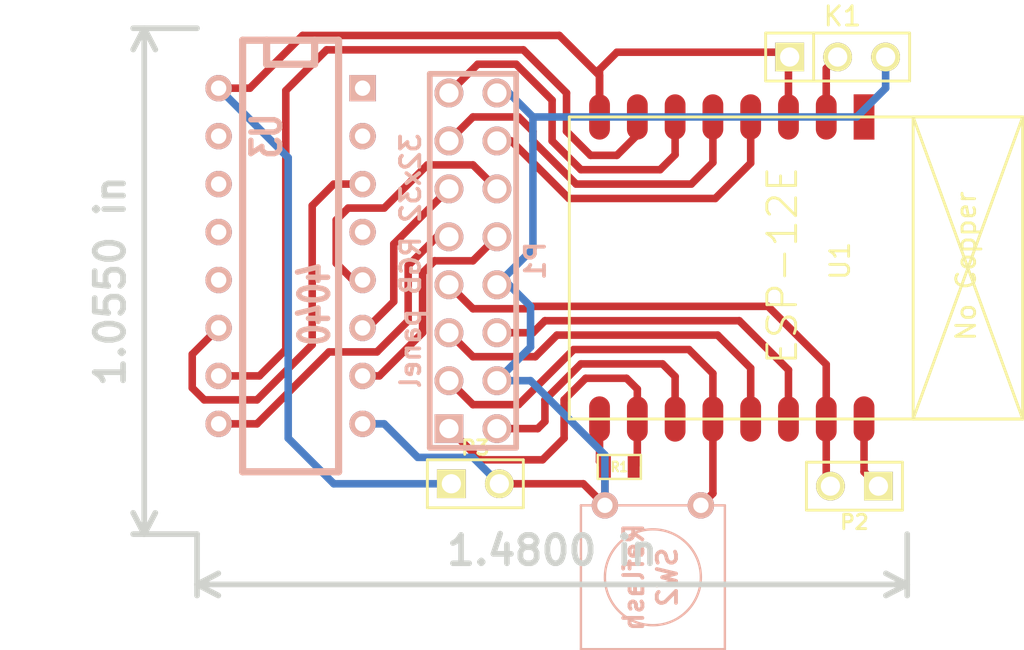
<source format=kicad_pcb>
(kicad_pcb (version 3) (host pcbnew "(2013-07-07 BZR 4022)-stable")

  (general
    (links 32)
    (no_connects 0)
    (area 215.266001 129.2098 270.096201 164.072711)
    (thickness 1.6)
    (drawings 2)
    (tracks 151)
    (zones 0)
    (modules 8)
    (nets 20)
  )

  (page A4)
  (layers
    (15 Dessus.Cu signal)
    (0 Dessous.Cu signal)
    (16 Dessous.Adhes user)
    (17 Dessus.Adhes user)
    (18 Dessous.Pate user)
    (19 Dessus.Pate user)
    (20 Dessous.SilkS user)
    (21 Dessus.SilkS user)
    (22 Dessous.Masque user)
    (23 Dessus.Masque user)
    (24 Dessin.User user)
    (25 Cmts.User user)
    (26 Eco1.User user)
    (27 Eco2.User user)
    (28 Contours.Ci user)
  )

  (setup
    (last_trace_width 0.4)
    (user_trace_width 0.4)
    (trace_clearance 0.254)
    (zone_clearance 0.508)
    (zone_45_only no)
    (trace_min 0.254)
    (segment_width 0.2)
    (edge_width 0.1)
    (via_size 0.889)
    (via_drill 0.635)
    (via_min_size 0.889)
    (via_min_drill 0.508)
    (uvia_size 0.508)
    (uvia_drill 0.127)
    (uvias_allowed no)
    (uvia_min_size 0.508)
    (uvia_min_drill 0.127)
    (pcb_text_width 0.3)
    (pcb_text_size 1.5 1.5)
    (mod_edge_width 0.15)
    (mod_text_size 1 1)
    (mod_text_width 0.15)
    (pad_size 1.5 1.5)
    (pad_drill 0.6)
    (pad_to_mask_clearance 0)
    (aux_axis_origin 225.552 157.48)
    (visible_elements 7FFFFFFF)
    (pcbplotparams
      (layerselection 2129921)
      (usegerberextensions true)
      (excludeedgelayer true)
      (linewidth 0.150000)
      (plotframeref false)
      (viasonmask false)
      (mode 1)
      (useauxorigin true)
      (hpglpennumber 1)
      (hpglpenspeed 20)
      (hpglpendiameter 15)
      (hpglpenoverlay 2)
      (psnegative false)
      (psa4output false)
      (plotreference true)
      (plotvalue true)
      (plotothertext true)
      (plotinvisibletext false)
      (padsonsilk false)
      (subtractmaskfromsilk false)
      (outputformat 1)
      (mirror false)
      (drillshape 0)
      (scaleselection 1)
      (outputdirectory gerber/))
  )

  (net 0 "")
  (net 1 +3.3V)
  (net 2 A)
  (net 3 B)
  (net 4 B0)
  (net 5 B1)
  (net 6 C)
  (net 7 CLK)
  (net 8 D)
  (net 9 G0)
  (net 10 G1)
  (net 11 GND)
  (net 12 N-0000010)
  (net 13 N-0000012)
  (net 14 N-0000013)
  (net 15 N-000003)
  (net 16 OE)
  (net 17 R0)
  (net 18 R1)
  (net 19 STB)

  (net_class Default "Ceci est la Netclass par défaut"
    (clearance 0.254)
    (trace_width 0.254)
    (via_dia 0.889)
    (via_drill 0.635)
    (uvia_dia 0.508)
    (uvia_drill 0.127)
    (add_net "")
    (add_net +3.3V)
    (add_net A)
    (add_net B)
    (add_net B0)
    (add_net B1)
    (add_net C)
    (add_net CLK)
    (add_net D)
    (add_net G0)
    (add_net G1)
    (add_net GND)
    (add_net N-0000010)
    (add_net N-0000012)
    (add_net N-0000013)
    (add_net N-000003)
    (add_net OE)
    (add_net R0)
    (add_net R1)
    (add_net STB)
  )

  (module SW_PUSH_SMALL (layer Dessous.Cu) (tedit 557C8944) (tstamp 557C87DA)
    (at 250.19 159.766 90)
    (path /5576DF87)
    (fp_text reference SW2 (at 0 0.762 90) (layer Dessous.SilkS)
      (effects (font (size 1.016 1.016) (thickness 0.2032)) (justify mirror))
    )
    (fp_text value Reflash (at 0 -1.016 90) (layer Dessous.SilkS)
      (effects (font (size 1.016 1.016) (thickness 0.2032)) (justify mirror))
    )
    (fp_circle (center 0 0) (end 0 2.54) (layer Dessous.SilkS) (width 0.127))
    (fp_line (start -3.81 3.81) (end 3.81 3.81) (layer Dessous.SilkS) (width 0.127))
    (fp_line (start 3.81 3.81) (end 3.81 -3.81) (layer Dessous.SilkS) (width 0.127))
    (fp_line (start 3.81 -3.81) (end -3.81 -3.81) (layer Dessous.SilkS) (width 0.127))
    (fp_line (start -3.81 3.81) (end -3.81 -3.81) (layer Dessous.SilkS) (width 0.127))
    (pad 1 thru_hole circle (at 3.81 2.54 90) (size 1.397 1.397) (drill 0.8128)
      (layers *.Cu *.Mask Dessous.SilkS)
      (net 4 B0)
    )
    (pad 2 thru_hole circle (at 3.81 -2.54 90) (size 1.397 1.397) (drill 0.8128)
      (layers *.Cu *.Mask Dessous.SilkS)
      (net 11 GND)
    )
  )

  (module SM0603 (layer Dessus.Cu) (tedit 557C88D6) (tstamp 557C87E4)
    (at 248.412 153.924 180)
    (path /5576DF19)
    (attr smd)
    (fp_text reference R1 (at 0 0 180) (layer Dessus.SilkS)
      (effects (font (size 0.508 0.4572) (thickness 0.1143)))
    )
    (fp_text value 10k (at 0 0 180) (layer Dessus.SilkS) hide
      (effects (font (size 0.508 0.4572) (thickness 0.1143)))
    )
    (fp_line (start -1.143 -0.635) (end 1.143 -0.635) (layer Dessus.SilkS) (width 0.127))
    (fp_line (start 1.143 -0.635) (end 1.143 0.635) (layer Dessus.SilkS) (width 0.127))
    (fp_line (start 1.143 0.635) (end -1.143 0.635) (layer Dessus.SilkS) (width 0.127))
    (fp_line (start -1.143 0.635) (end -1.143 -0.635) (layer Dessus.SilkS) (width 0.127))
    (pad 1 smd rect (at -0.762 0 180) (size 0.635 1.143)
      (layers Dessus.Cu Dessus.Pate Dessus.Masque)
      (net 17 R0)
    )
    (pad 2 smd rect (at 0.762 0 180) (size 0.635 1.143)
      (layers Dessus.Cu Dessus.Pate Dessus.Masque)
      (net 11 GND)
    )
    (model smd\resistors\R0603.wrl
      (at (xyz 0 0 0.001))
      (scale (xyz 0.5 0.5 0.5))
      (rotate (xyz 0 0 0))
    )
  )

  (module pin_array_8x2 (layer Dessous.Cu) (tedit 3FB38B89) (tstamp 557C87FC)
    (at 240.665 143.002 90)
    (descr "Double rangee de contacts 2 x 8 pins")
    (tags CONN)
    (path /5576CE37)
    (fp_text reference P1 (at 0 3.302 90) (layer Dessous.SilkS)
      (effects (font (size 1.016 1.016) (thickness 0.2032)) (justify mirror))
    )
    (fp_text value "32x32 RGB panel" (at 0 -3.302 90) (layer Dessous.SilkS)
      (effects (font (size 1.016 1.016) (thickness 0.2032)) (justify mirror))
    )
    (fp_line (start -9.906 -2.286) (end -9.906 2.286) (layer Dessous.SilkS) (width 0.3048))
    (fp_line (start -9.906 2.286) (end 9.906 2.286) (layer Dessous.SilkS) (width 0.3048))
    (fp_line (start 9.906 2.286) (end 9.906 -2.286) (layer Dessous.SilkS) (width 0.3048))
    (fp_line (start 9.906 -2.286) (end -9.906 -2.286) (layer Dessous.SilkS) (width 0.3048))
    (pad 1 thru_hole rect (at -8.89 -1.27 90) (size 1.524 1.524) (drill 1.016)
      (layers *.Cu *.Mask Dessous.SilkS)
      (net 17 R0)
    )
    (pad 2 thru_hole circle (at -8.89 1.27 90) (size 1.524 1.524) (drill 1.016)
      (layers *.Cu *.Mask Dessous.SilkS)
      (net 9 G0)
    )
    (pad 3 thru_hole circle (at -6.35 -1.27 90) (size 1.524 1.524) (drill 1.016)
      (layers *.Cu *.Mask Dessous.SilkS)
      (net 4 B0)
    )
    (pad 4 thru_hole circle (at -6.35 1.27 90) (size 1.524 1.524) (drill 1.016)
      (layers *.Cu *.Mask Dessous.SilkS)
      (net 11 GND)
    )
    (pad 5 thru_hole circle (at -3.81 -1.27 90) (size 1.524 1.524) (drill 1.016)
      (layers *.Cu *.Mask Dessous.SilkS)
      (net 18 R1)
    )
    (pad 6 thru_hole circle (at -3.81 1.27 90) (size 1.524 1.524) (drill 1.016)
      (layers *.Cu *.Mask Dessous.SilkS)
      (net 10 G1)
    )
    (pad 7 thru_hole circle (at -1.27 -1.27 90) (size 1.524 1.524) (drill 1.016)
      (layers *.Cu *.Mask Dessous.SilkS)
      (net 5 B1)
    )
    (pad 8 thru_hole circle (at -1.27 1.27 90) (size 1.524 1.524) (drill 1.016)
      (layers *.Cu *.Mask Dessous.SilkS)
      (net 11 GND)
    )
    (pad 9 thru_hole circle (at 1.27 -1.27 90) (size 1.524 1.524) (drill 1.016)
      (layers *.Cu *.Mask Dessous.SilkS)
      (net 2 A)
    )
    (pad 10 thru_hole circle (at 1.27 1.27 90) (size 1.524 1.524) (drill 1.016)
      (layers *.Cu *.Mask Dessous.SilkS)
      (net 3 B)
    )
    (pad 11 thru_hole circle (at 3.81 -1.27 90) (size 1.524 1.524) (drill 1.016)
      (layers *.Cu *.Mask Dessous.SilkS)
      (net 6 C)
    )
    (pad 12 thru_hole circle (at 3.81 1.27 90) (size 1.524 1.524) (drill 1.016)
      (layers *.Cu *.Mask Dessous.SilkS)
      (net 8 D)
    )
    (pad 13 thru_hole circle (at 6.35 -1.27 90) (size 1.524 1.524) (drill 1.016)
      (layers *.Cu *.Mask Dessous.SilkS)
      (net 7 CLK)
    )
    (pad 14 thru_hole circle (at 6.35 1.27 90) (size 1.524 1.524) (drill 1.016)
      (layers *.Cu *.Mask Dessous.SilkS)
      (net 19 STB)
    )
    (pad 15 thru_hole circle (at 8.89 -1.27 90) (size 1.524 1.524) (drill 1.016)
      (layers *.Cu *.Mask Dessous.SilkS)
      (net 16 OE)
    )
    (pad 16 thru_hole circle (at 8.89 1.27 90) (size 1.524 1.524) (drill 1.016)
      (layers *.Cu *.Mask Dessous.SilkS)
      (net 11 GND)
    )
    (model pin_array/pins_array_8x2.wrl
      (at (xyz 0 0 0))
      (scale (xyz 1 1 1))
      (rotate (xyz 0 0 0))
    )
  )

  (module PIN_ARRAY_2X1 (layer Dessus.Cu) (tedit 4565C520) (tstamp 557C8806)
    (at 260.858 154.94 180)
    (descr "Connecteurs 2 pins")
    (tags "CONN DEV")
    (path /5576D327)
    (fp_text reference P2 (at 0 -1.905 180) (layer Dessus.SilkS)
      (effects (font (size 0.762 0.762) (thickness 0.1524)))
    )
    (fp_text value RXTX (at 0 -1.905 180) (layer Dessus.SilkS) hide
      (effects (font (size 0.762 0.762) (thickness 0.1524)))
    )
    (fp_line (start -2.54 1.27) (end -2.54 -1.27) (layer Dessus.SilkS) (width 0.1524))
    (fp_line (start -2.54 -1.27) (end 2.54 -1.27) (layer Dessus.SilkS) (width 0.1524))
    (fp_line (start 2.54 -1.27) (end 2.54 1.27) (layer Dessus.SilkS) (width 0.1524))
    (fp_line (start 2.54 1.27) (end -2.54 1.27) (layer Dessus.SilkS) (width 0.1524))
    (pad 1 thru_hole rect (at -1.27 0 180) (size 1.524 1.524) (drill 1.016)
      (layers *.Cu *.Mask Dessus.SilkS)
      (net 15 N-000003)
    )
    (pad 2 thru_hole circle (at 1.27 0 180) (size 1.524 1.524) (drill 1.016)
      (layers *.Cu *.Mask Dessus.SilkS)
      (net 5 B1)
    )
    (model pin_array/pins_array_2x1.wrl
      (at (xyz 0 0 0))
      (scale (xyz 1 1 1))
      (rotate (xyz 0 0 0))
    )
  )

  (module ESP-12e (layer Dessus.Cu) (tedit 55815771) (tstamp 557C882B)
    (at 261.366 135.382 270)
    (descr "Module, ESP-8266, ESP-12e, 16 pad, SMD")
    (tags "Module ESP-8266 ESP8266")
    (path /5576D27B)
    (fp_text reference U1 (at 7.62 1.27 270) (layer Dessus.SilkS)
      (effects (font (size 1 1) (thickness 0.15)))
    )
    (fp_text value ESP-12E (at 7.874 4.318 270) (layer Dessus.SilkS)
      (effects (font (size 1.524 1.524) (thickness 0.15)))
    )
    (fp_line (start 16 -8.4) (end 0 -2.6) (layer Dessus.SilkS) (width 0.1524))
    (fp_line (start 0 -8.4) (end 16 -2.6) (layer Dessus.SilkS) (width 0.1524))
    (fp_text user "No Copper" (at 7.9 -5.4 270) (layer Dessus.SilkS)
      (effects (font (size 1 1) (thickness 0.15)))
    )
    (fp_line (start 0 -8.4) (end 0 -2.6) (layer Dessus.SilkS) (width 0.1524))
    (fp_line (start 0 -2.6) (end 16 -2.6) (layer Dessus.SilkS) (width 0.1524))
    (fp_line (start 16 -2.6) (end 16 -8.4) (layer Dessus.SilkS) (width 0.1524))
    (fp_line (start 16 -8.4) (end 0 -8.4) (layer Dessus.SilkS) (width 0.1524))
    (fp_line (start 16 -8.4) (end 16 15.6) (layer Dessus.SilkS) (width 0.1524))
    (fp_line (start 16 15.6) (end 0 15.6) (layer Dessus.SilkS) (width 0.1524))
    (fp_line (start 0 15.6) (end 0 -8.4) (layer Dessus.SilkS) (width 0.1524))
    (fp_line (start 0 -8.4) (end 16 -8.4) (layer Dessus.SilkS) (width 0.1524))
    (pad 1 smd rect (at 0 0 270) (size 2.4 1.1)
      (layers Dessus.Cu Dessus.Pate Dessus.Masque)
    )
    (pad 2 smd oval (at 0 2 270) (size 2.4 1.1)
      (layers Dessus.Cu Dessus.Pate Dessus.Masque)
      (net 13 N-0000012)
    )
    (pad 3 smd oval (at 0 4 270) (size 2.4 1.1)
      (layers Dessus.Cu Dessus.Pate Dessus.Masque)
      (net 1 +3.3V)
    )
    (pad 4 smd oval (at 0 6 270) (size 2.4 1.1)
      (layers Dessus.Cu Dessus.Pate Dessus.Masque)
      (net 19 STB)
    )
    (pad 5 smd oval (at 0 8 270) (size 2.4 1.1)
      (layers Dessus.Cu Dessus.Pate Dessus.Masque)
      (net 7 CLK)
    )
    (pad 6 smd oval (at 0 10 270) (size 2.4 1.1)
      (layers Dessus.Cu Dessus.Pate Dessus.Masque)
      (net 16 OE)
    )
    (pad 7 smd oval (at 0 12 270) (size 2.4 1.1)
      (layers Dessus.Cu Dessus.Pate Dessus.Masque)
      (net 14 N-0000013)
    )
    (pad 8 smd oval (at 0 14 270) (size 2.4 1.1)
      (layers Dessus.Cu Dessus.Pate Dessus.Masque)
      (net 1 +3.3V)
    )
    (pad 15 smd oval (at 16 14 270) (size 2.4 1.1)
      (layers Dessus.Cu Dessus.Pate Dessus.Masque)
      (net 11 GND)
    )
    (pad 16 smd oval (at 16 12 270) (size 2.4 1.1)
      (layers Dessus.Cu Dessus.Pate Dessus.Masque)
      (net 17 R0)
    )
    (pad 17 smd oval (at 16 10 270) (size 2.4 1.1)
      (layers Dessus.Cu Dessus.Pate Dessus.Masque)
      (net 9 G0)
    )
    (pad 18 smd oval (at 16 8 270) (size 2.4 1.1)
      (layers Dessus.Cu Dessus.Pate Dessus.Masque)
      (net 4 B0)
    )
    (pad 19 smd oval (at 16 6 270) (size 2.4 1.1)
      (layers Dessus.Cu Dessus.Pate Dessus.Masque)
      (net 18 R1)
    )
    (pad 20 smd oval (at 16 4 270) (size 2.4 1.1)
      (layers Dessus.Cu Dessus.Pate Dessus.Masque)
      (net 10 G1)
    )
    (pad 21 smd oval (at 16 2 270) (size 2.4 1.1)
      (layers Dessus.Cu Dessus.Pate Dessus.Masque)
      (net 5 B1)
    )
    (pad 22 smd oval (at 16 0 270) (size 2.4 1.1)
      (layers Dessus.Cu Dessus.Pate Dessus.Masque)
      (net 15 N-000003)
    )
  )

  (module DIP-16__300 (layer Dessous.Cu) (tedit 200000) (tstamp 558158A2)
    (at 231.013 142.748 270)
    (descr "16 pins DIL package, round pads")
    (tags DIL)
    (path /557C867A)
    (fp_text reference U3 (at -6.35 1.27 270) (layer Dessous.SilkS)
      (effects (font (size 1.524 1.143) (thickness 0.3048)) (justify mirror))
    )
    (fp_text value 4040 (at 2.54 -1.27 270) (layer Dessous.SilkS)
      (effects (font (size 1.524 1.143) (thickness 0.3048)) (justify mirror))
    )
    (fp_line (start -11.43 1.27) (end -11.43 1.27) (layer Dessous.SilkS) (width 0.381))
    (fp_line (start -11.43 1.27) (end -10.16 1.27) (layer Dessous.SilkS) (width 0.381))
    (fp_line (start -10.16 1.27) (end -10.16 -1.27) (layer Dessous.SilkS) (width 0.381))
    (fp_line (start -10.16 -1.27) (end -11.43 -1.27) (layer Dessous.SilkS) (width 0.381))
    (fp_line (start -11.43 2.54) (end 11.43 2.54) (layer Dessous.SilkS) (width 0.381))
    (fp_line (start 11.43 2.54) (end 11.43 -2.54) (layer Dessous.SilkS) (width 0.381))
    (fp_line (start 11.43 -2.54) (end -11.43 -2.54) (layer Dessous.SilkS) (width 0.381))
    (fp_line (start -11.43 -2.54) (end -11.43 2.54) (layer Dessous.SilkS) (width 0.381))
    (pad 1 thru_hole rect (at -8.89 -3.81 270) (size 1.397 1.397) (drill 0.8128)
      (layers *.Cu *.Mask Dessous.SilkS)
    )
    (pad 2 thru_hole circle (at -6.35 -3.81 270) (size 1.397 1.397) (drill 0.8128)
      (layers *.Cu *.Mask Dessous.SilkS)
    )
    (pad 3 thru_hole circle (at -3.81 -3.81 270) (size 1.397 1.397) (drill 0.8128)
      (layers *.Cu *.Mask Dessous.SilkS)
      (net 12 N-0000010)
    )
    (pad 4 thru_hole circle (at -1.27 -3.81 270) (size 1.397 1.397) (drill 0.8128)
      (layers *.Cu *.Mask Dessous.SilkS)
    )
    (pad 5 thru_hole circle (at 1.27 -3.81 270) (size 1.397 1.397) (drill 0.8128)
      (layers *.Cu *.Mask Dessous.SilkS)
      (net 8 D)
    )
    (pad 6 thru_hole circle (at 3.81 -3.81 270) (size 1.397 1.397) (drill 0.8128)
      (layers *.Cu *.Mask Dessous.SilkS)
      (net 6 C)
    )
    (pad 7 thru_hole circle (at 6.35 -3.81 270) (size 1.397 1.397) (drill 0.8128)
      (layers *.Cu *.Mask Dessous.SilkS)
      (net 3 B)
    )
    (pad 8 thru_hole circle (at 8.89 -3.81 270) (size 1.397 1.397) (drill 0.8128)
      (layers *.Cu *.Mask Dessous.SilkS)
      (net 11 GND)
    )
    (pad 9 thru_hole circle (at 8.89 3.81 270) (size 1.397 1.397) (drill 0.8128)
      (layers *.Cu *.Mask Dessous.SilkS)
      (net 2 A)
    )
    (pad 10 thru_hole circle (at 6.35 3.81 270) (size 1.397 1.397) (drill 0.8128)
      (layers *.Cu *.Mask Dessous.SilkS)
      (net 14 N-0000013)
    )
    (pad 11 thru_hole circle (at 3.81 3.81 270) (size 1.397 1.397) (drill 0.8128)
      (layers *.Cu *.Mask Dessous.SilkS)
      (net 12 N-0000010)
    )
    (pad 12 thru_hole circle (at 1.27 3.81 270) (size 1.397 1.397) (drill 0.8128)
      (layers *.Cu *.Mask Dessous.SilkS)
    )
    (pad 13 thru_hole circle (at -1.27 3.81 270) (size 1.397 1.397) (drill 0.8128)
      (layers *.Cu *.Mask Dessous.SilkS)
    )
    (pad 14 thru_hole circle (at -3.81 3.81 270) (size 1.397 1.397) (drill 0.8128)
      (layers *.Cu *.Mask Dessous.SilkS)
    )
    (pad 15 thru_hole circle (at -6.35 3.81 270) (size 1.397 1.397) (drill 0.8128)
      (layers *.Cu *.Mask Dessous.SilkS)
    )
    (pad 16 thru_hole circle (at -8.89 3.81 270) (size 1.397 1.397) (drill 0.8128)
      (layers *.Cu *.Mask Dessous.SilkS)
      (net 1 +3.3V)
    )
    (model dil/dil_16.wrl
      (at (xyz 0 0 0))
      (scale (xyz 1 1 1))
      (rotate (xyz 0 0 0))
    )
  )

  (module PIN_ARRAY_2X1 (layer Dessus.Cu) (tedit 4565C520) (tstamp 558403A1)
    (at 240.792 154.813)
    (descr "Connecteurs 2 pins")
    (tags "CONN DEV")
    (path /55840359)
    (fp_text reference P3 (at 0 -1.905) (layer Dessus.SilkS)
      (effects (font (size 0.762 0.762) (thickness 0.1524)))
    )
    (fp_text value "Alim 3.3V" (at 0 -1.905) (layer Dessus.SilkS) hide
      (effects (font (size 0.762 0.762) (thickness 0.1524)))
    )
    (fp_line (start -2.54 1.27) (end -2.54 -1.27) (layer Dessus.SilkS) (width 0.1524))
    (fp_line (start -2.54 -1.27) (end 2.54 -1.27) (layer Dessus.SilkS) (width 0.1524))
    (fp_line (start 2.54 -1.27) (end 2.54 1.27) (layer Dessus.SilkS) (width 0.1524))
    (fp_line (start 2.54 1.27) (end -2.54 1.27) (layer Dessus.SilkS) (width 0.1524))
    (pad 1 thru_hole rect (at -1.27 0) (size 1.524 1.524) (drill 1.016)
      (layers *.Cu *.Mask Dessus.SilkS)
      (net 1 +3.3V)
    )
    (pad 2 thru_hole circle (at 1.27 0) (size 1.524 1.524) (drill 1.016)
      (layers *.Cu *.Mask Dessus.SilkS)
      (net 11 GND)
    )
    (model pin_array/pins_array_2x1.wrl
      (at (xyz 0 0 0))
      (scale (xyz 1 1 1))
      (rotate (xyz 0 0 0))
    )
  )

  (module PIN_ARRAY_3X1 (layer Dessus.Cu) (tedit 4C1130E0) (tstamp 558407D0)
    (at 259.969 132.207)
    (descr "Connecteur 3 pins")
    (tags "CONN DEV")
    (path /5584090E)
    (fp_text reference K1 (at 0.254 -2.159) (layer Dessus.SilkS)
      (effects (font (size 1.016 1.016) (thickness 0.1524)))
    )
    (fp_text value CONN_3 (at 0 -2.159) (layer Dessus.SilkS) hide
      (effects (font (size 1.016 1.016) (thickness 0.1524)))
    )
    (fp_line (start -3.81 1.27) (end -3.81 -1.27) (layer Dessus.SilkS) (width 0.1524))
    (fp_line (start -3.81 -1.27) (end 3.81 -1.27) (layer Dessus.SilkS) (width 0.1524))
    (fp_line (start 3.81 -1.27) (end 3.81 1.27) (layer Dessus.SilkS) (width 0.1524))
    (fp_line (start 3.81 1.27) (end -3.81 1.27) (layer Dessus.SilkS) (width 0.1524))
    (fp_line (start -1.27 -1.27) (end -1.27 1.27) (layer Dessus.SilkS) (width 0.1524))
    (pad 1 thru_hole rect (at -2.54 0) (size 1.524 1.524) (drill 1.016)
      (layers *.Cu *.Mask Dessus.SilkS)
      (net 1 +3.3V)
    )
    (pad 2 thru_hole circle (at 0 0) (size 1.524 1.524) (drill 1.016)
      (layers *.Cu *.Mask Dessus.SilkS)
      (net 13 N-0000012)
    )
    (pad 3 thru_hole circle (at 2.54 0) (size 1.524 1.524) (drill 1.016)
      (layers *.Cu *.Mask Dessus.SilkS)
      (net 11 GND)
    )
    (model pin_array/pins_array_3x1.wrl
      (at (xyz 0 0 0))
      (scale (xyz 1 1 1))
      (rotate (xyz 0 0 0))
    )
  )

  (dimension 26.797 (width 0.3) (layer Contours.Ci)
    (gr_text "26,797 mm" (at 221.916 144.0815 90) (layer Contours.Ci)
      (effects (font (size 1.5 1.5) (thickness 0.3)))
    )
    (feature1 (pts (xy 226.06 130.683) (xy 220.566 130.683)))
    (feature2 (pts (xy 226.06 157.48) (xy 220.566 157.48)))
    (crossbar (pts (xy 223.266 157.48) (xy 223.266 130.683)))
    (arrow1a (pts (xy 223.266 130.683) (xy 223.85242 131.809503)))
    (arrow1b (pts (xy 223.266 130.683) (xy 222.67958 131.809503)))
    (arrow2a (pts (xy 223.266 157.48) (xy 223.85242 156.353497)))
    (arrow2b (pts (xy 223.266 157.48) (xy 222.67958 156.353497)))
  )
  (dimension 37.592 (width 0.3) (layer Contours.Ci)
    (gr_text "37,592 mm" (at 244.856 161.496999) (layer Contours.Ci)
      (effects (font (size 1.5 1.5) (thickness 0.3)))
    )
    (feature1 (pts (xy 263.652 157.48) (xy 263.652 162.846999)))
    (feature2 (pts (xy 226.06 157.48) (xy 226.06 162.846999)))
    (crossbar (pts (xy 226.06 160.146999) (xy 263.652 160.146999)))
    (arrow1a (pts (xy 263.652 160.146999) (xy 262.525497 160.733419)))
    (arrow1b (pts (xy 263.652 160.146999) (xy 262.525497 159.560579)))
    (arrow2a (pts (xy 226.06 160.146999) (xy 227.186503 160.733419)))
    (arrow2b (pts (xy 226.06 160.146999) (xy 227.186503 159.560579)))
  )

  (segment (start 257.366 135.382) (end 257.366 132.27) (width 0.4) (layer Dessus.Cu) (net 1))
  (segment (start 247.366 132.872) (end 247.366 135.382) (width 0.4) (layer Dessus.Cu) (net 1) (tstamp 55840838))
  (segment (start 248.285 131.953) (end 247.366 132.872) (width 0.4) (layer Dessus.Cu) (net 1) (tstamp 55840836))
  (segment (start 257.049 131.953) (end 248.285 131.953) (width 0.4) (layer Dessus.Cu) (net 1) (tstamp 55840833))
  (segment (start 257.366 132.27) (end 257.049 131.953) (width 0.4) (layer Dessus.Cu) (net 1) (tstamp 55840832))
  (segment (start 227.203 133.858) (end 228.854 133.858) (width 0.4) (layer Dessus.Cu) (net 1))
  (segment (start 247.366 133.193) (end 247.366 135.382) (width 0.4) (layer Dessus.Cu) (net 1) (tstamp 5584065C))
  (segment (start 245.237 131.064) (end 247.366 133.193) (width 0.4) (layer Dessus.Cu) (net 1) (tstamp 5584065A))
  (segment (start 231.648 131.064) (end 245.237 131.064) (width 0.4) (layer Dessus.Cu) (net 1) (tstamp 55840656))
  (segment (start 228.854 133.858) (end 231.648 131.064) (width 0.4) (layer Dessus.Cu) (net 1) (tstamp 55840653))
  (segment (start 239.522 154.813) (end 233.299 154.813) (width 0.4) (layer Dessous.Cu) (net 1))
  (segment (start 230.886 137.541) (end 227.203 133.858) (width 0.4) (layer Dessous.Cu) (net 1) (tstamp 558403F0))
  (segment (start 230.886 152.4) (end 230.886 137.541) (width 0.4) (layer Dessous.Cu) (net 1) (tstamp 558403EE))
  (segment (start 233.299 154.813) (end 230.886 152.4) (width 0.4) (layer Dessous.Cu) (net 1) (tstamp 558403EC))
  (segment (start 227.203 151.638) (end 229.235 151.638) (width 0.4) (layer Dessus.Cu) (net 2))
  (segment (start 238.76 141.732) (end 239.395 141.732) (width 0.4) (layer Dessus.Cu) (net 2) (tstamp 558158E9))
  (segment (start 237.236 143.256) (end 238.76 141.732) (width 0.4) (layer Dessus.Cu) (net 2) (tstamp 558158E8))
  (segment (start 237.236 146.177) (end 237.236 143.256) (width 0.4) (layer Dessus.Cu) (net 2) (tstamp 558158E6))
  (segment (start 235.585 147.828) (end 237.236 146.177) (width 0.4) (layer Dessus.Cu) (net 2) (tstamp 558158E5))
  (segment (start 233.045 147.828) (end 235.585 147.828) (width 0.4) (layer Dessus.Cu) (net 2) (tstamp 558158E3))
  (segment (start 229.235 151.638) (end 233.045 147.828) (width 0.4) (layer Dessus.Cu) (net 2) (tstamp 558158E1))
  (segment (start 234.823 149.098) (end 235.712 149.098) (width 0.4) (layer Dessus.Cu) (net 3))
  (segment (start 240.665 143.002) (end 241.935 141.732) (width 0.4) (layer Dessus.Cu) (net 3) (tstamp 558158DE))
  (segment (start 238.633 143.002) (end 240.665 143.002) (width 0.4) (layer Dessus.Cu) (net 3) (tstamp 558158DD))
  (segment (start 237.998 143.637) (end 238.633 143.002) (width 0.4) (layer Dessus.Cu) (net 3) (tstamp 558158DC))
  (segment (start 237.998 146.812) (end 237.998 143.637) (width 0.4) (layer Dessus.Cu) (net 3) (tstamp 558158DB))
  (segment (start 235.712 149.098) (end 237.998 146.812) (width 0.4) (layer Dessus.Cu) (net 3) (tstamp 558158DA))
  (segment (start 253.366 151.382) (end 253.366 148.972) (width 0.4) (layer Dessus.Cu) (net 4))
  (segment (start 240.665 150.622) (end 239.395 149.352) (width 0.4) (layer Dessus.Cu) (net 4) (tstamp 558405D8))
  (segment (start 243.078 150.622) (end 240.665 150.622) (width 0.4) (layer Dessus.Cu) (net 4) (tstamp 558405D1))
  (segment (start 245.999 147.701) (end 243.078 150.622) (width 0.4) (layer Dessus.Cu) (net 4) (tstamp 558405C9))
  (segment (start 252.095 147.701) (end 245.999 147.701) (width 0.4) (layer Dessus.Cu) (net 4) (tstamp 558405C6))
  (segment (start 253.366 148.972) (end 252.095 147.701) (width 0.4) (layer Dessus.Cu) (net 4) (tstamp 558405C4))
  (segment (start 253.366 151.382) (end 253.366 155.32) (width 0.4) (layer Dessus.Cu) (net 4))
  (segment (start 253.366 155.32) (end 252.73 155.956) (width 0.4) (layer Dessus.Cu) (net 4) (tstamp 558401EC))
  (segment (start 253.366 155.32) (end 252.73 155.956) (width 0.4) (layer Dessus.Cu) (net 4) (tstamp 557C8A4D))
  (segment (start 259.366 151.382) (end 259.366 148.495) (width 0.4) (layer Dessus.Cu) (net 5))
  (segment (start 240.665 145.542) (end 239.395 144.272) (width 0.4) (layer Dessus.Cu) (net 5) (tstamp 5584060D))
  (segment (start 243.713 145.542) (end 240.665 145.542) (width 0.4) (layer Dessus.Cu) (net 5) (tstamp 5584060C))
  (segment (start 243.84 145.415) (end 243.713 145.542) (width 0.4) (layer Dessus.Cu) (net 5) (tstamp 5584060B))
  (segment (start 256.286 145.415) (end 243.84 145.415) (width 0.4) (layer Dessus.Cu) (net 5) (tstamp 55840605))
  (segment (start 259.366 148.495) (end 256.286 145.415) (width 0.4) (layer Dessus.Cu) (net 5) (tstamp 55840602))
  (segment (start 259.366 151.382) (end 259.366 154.718) (width 0.4) (layer Dessus.Cu) (net 5))
  (segment (start 259.366 154.718) (end 259.588 154.94) (width 0.4) (layer Dessus.Cu) (net 5) (tstamp 557C89A7))
  (segment (start 234.823 146.558) (end 235.077 146.558) (width 0.4) (layer Dessus.Cu) (net 6))
  (segment (start 236.474 142.113) (end 239.395 139.192) (width 0.4) (layer Dessus.Cu) (net 6) (tstamp 558158ED))
  (segment (start 236.474 145.161) (end 236.474 142.113) (width 0.4) (layer Dessus.Cu) (net 6) (tstamp 558158EC))
  (segment (start 235.077 146.558) (end 236.474 145.161) (width 0.4) (layer Dessus.Cu) (net 6) (tstamp 558158EB))
  (segment (start 253.366 135.382) (end 253.366 137.794) (width 0.4) (layer Dessus.Cu) (net 7))
  (segment (start 240.665 135.382) (end 239.395 136.652) (width 0.4) (layer Dessus.Cu) (net 7) (tstamp 558404E5))
  (segment (start 243.078 135.382) (end 240.665 135.382) (width 0.4) (layer Dessus.Cu) (net 7) (tstamp 558404E3))
  (segment (start 243.84 136.144) (end 243.078 135.382) (width 0.4) (layer Dessus.Cu) (net 7) (tstamp 558404E0))
  (segment (start 243.84 136.652) (end 243.84 136.144) (width 0.4) (layer Dessus.Cu) (net 7) (tstamp 558404DD))
  (segment (start 246.126 138.938) (end 243.84 136.652) (width 0.4) (layer Dessus.Cu) (net 7) (tstamp 558404DA))
  (segment (start 252.222 138.938) (end 246.126 138.938) (width 0.4) (layer Dessus.Cu) (net 7) (tstamp 558404D7))
  (segment (start 253.366 137.794) (end 252.222 138.938) (width 0.4) (layer Dessus.Cu) (net 7) (tstamp 558404D5))
  (segment (start 234.823 144.018) (end 234.315 144.018) (width 0.4) (layer Dessus.Cu) (net 8))
  (segment (start 240.665 137.922) (end 241.935 139.192) (width 0.4) (layer Dessus.Cu) (net 8) (tstamp 558158F8))
  (segment (start 238.252 137.922) (end 240.665 137.922) (width 0.4) (layer Dessus.Cu) (net 8) (tstamp 558158F6))
  (segment (start 235.966 140.208) (end 238.252 137.922) (width 0.4) (layer Dessus.Cu) (net 8) (tstamp 558158F4))
  (segment (start 234.061 140.208) (end 235.966 140.208) (width 0.4) (layer Dessus.Cu) (net 8) (tstamp 558158F3))
  (segment (start 233.426 140.843) (end 234.061 140.208) (width 0.4) (layer Dessus.Cu) (net 8) (tstamp 558158F2))
  (segment (start 233.426 143.129) (end 233.426 140.843) (width 0.4) (layer Dessus.Cu) (net 8) (tstamp 558158F1))
  (segment (start 234.315 144.018) (end 233.426 143.129) (width 0.4) (layer Dessus.Cu) (net 8) (tstamp 558158F0))
  (segment (start 251.366 151.382) (end 251.366 149.131) (width 0.4) (layer Dessus.Cu) (net 9))
  (segment (start 244.094 151.892) (end 241.935 151.892) (width 0.4) (layer Dessus.Cu) (net 9) (tstamp 55840579))
  (segment (start 244.475 151.511) (end 244.094 151.892) (width 0.4) (layer Dessus.Cu) (net 9) (tstamp 55840577))
  (segment (start 244.475 150.368) (end 244.475 151.511) (width 0.4) (layer Dessus.Cu) (net 9) (tstamp 55840575))
  (segment (start 246.38 148.463) (end 244.475 150.368) (width 0.4) (layer Dessus.Cu) (net 9) (tstamp 55840573))
  (segment (start 250.698 148.463) (end 246.38 148.463) (width 0.4) (layer Dessus.Cu) (net 9) (tstamp 55840571))
  (segment (start 251.366 149.131) (end 250.698 148.463) (width 0.4) (layer Dessus.Cu) (net 9) (tstamp 5584056F))
  (segment (start 257.366 151.382) (end 257.366 148.781) (width 0.4) (layer Dessus.Cu) (net 10))
  (segment (start 243.84 146.812) (end 241.935 146.812) (width 0.4) (layer Dessus.Cu) (net 10) (tstamp 558405FF))
  (segment (start 244.475 146.177) (end 243.84 146.812) (width 0.4) (layer Dessus.Cu) (net 10) (tstamp 558405FD))
  (segment (start 254.762 146.177) (end 244.475 146.177) (width 0.4) (layer Dessus.Cu) (net 10) (tstamp 558405FA))
  (segment (start 257.366 148.781) (end 254.762 146.177) (width 0.4) (layer Dessus.Cu) (net 10) (tstamp 558405F7))
  (segment (start 262.509 132.207) (end 262.509 133.858) (width 0.4) (layer Dessous.Cu) (net 11))
  (segment (start 260.985 135.382) (end 243.84 135.382) (width 0.4) (layer Dessous.Cu) (net 11) (tstamp 55840865))
  (segment (start 262.509 133.858) (end 260.985 135.382) (width 0.4) (layer Dessous.Cu) (net 11) (tstamp 55840863))
  (segment (start 234.823 151.638) (end 235.966 151.638) (width 0.4) (layer Dessous.Cu) (net 11))
  (segment (start 240.665 153.416) (end 242.062 154.813) (width 0.4) (layer Dessous.Cu) (net 11) (tstamp 55840635))
  (segment (start 237.744 153.416) (end 240.665 153.416) (width 0.4) (layer Dessous.Cu) (net 11) (tstamp 55840631))
  (segment (start 235.966 151.638) (end 237.744 153.416) (width 0.4) (layer Dessous.Cu) (net 11) (tstamp 5584062F))
  (segment (start 242.062 154.813) (end 246.507 154.813) (width 0.4) (layer Dessus.Cu) (net 11))
  (segment (start 246.507 154.813) (end 247.65 155.956) (width 0.4) (layer Dessus.Cu) (net 11) (tstamp 558403DD))
  (segment (start 241.935 149.352) (end 243.713 149.352) (width 0.4) (layer Dessous.Cu) (net 11))
  (segment (start 247.65 153.289) (end 247.65 155.956) (width 0.4) (layer Dessous.Cu) (net 11) (tstamp 55840314))
  (segment (start 243.713 149.352) (end 247.65 153.289) (width 0.4) (layer Dessous.Cu) (net 11) (tstamp 5584030F))
  (segment (start 241.935 144.272) (end 242.57 144.272) (width 0.4) (layer Dessous.Cu) (net 11))
  (segment (start 243.713 147.574) (end 241.935 149.352) (width 0.4) (layer Dessous.Cu) (net 11) (tstamp 55840303))
  (segment (start 243.713 145.415) (end 243.713 147.574) (width 0.4) (layer Dessous.Cu) (net 11) (tstamp 55840301))
  (segment (start 242.57 144.272) (end 243.713 145.415) (width 0.4) (layer Dessous.Cu) (net 11) (tstamp 558402FF))
  (segment (start 241.935 134.112) (end 242.57 134.112) (width 0.4) (layer Dessous.Cu) (net 11))
  (segment (start 243.84 142.367) (end 241.935 144.272) (width 0.4) (layer Dessous.Cu) (net 11) (tstamp 558402F9))
  (segment (start 243.84 135.382) (end 243.84 142.367) (width 0.4) (layer Dessous.Cu) (net 11) (tstamp 558402F8))
  (segment (start 242.57 134.112) (end 243.84 135.382) (width 0.4) (layer Dessous.Cu) (net 11) (tstamp 558402F6))
  (segment (start 247.65 153.924) (end 247.65 155.956) (width 0.4) (layer Dessus.Cu) (net 11))
  (segment (start 247.366 151.382) (end 247.366 153.64) (width 0.4) (layer Dessus.Cu) (net 11))
  (segment (start 247.366 153.64) (end 247.65 153.924) (width 0.4) (layer Dessus.Cu) (net 11) (tstamp 557C898B))
  (segment (start 234.823 138.938) (end 233.299 138.938) (width 0.4) (layer Dessus.Cu) (net 12) (status 400000))
  (segment (start 225.806 147.955) (end 227.203 146.558) (width 0.4) (layer Dessus.Cu) (net 12) (tstamp 55856DAA) (status 800000))
  (segment (start 225.806 149.733) (end 225.806 147.955) (width 0.4) (layer Dessus.Cu) (net 12) (tstamp 55856DA9))
  (segment (start 226.441 150.368) (end 225.806 149.733) (width 0.4) (layer Dessus.Cu) (net 12) (tstamp 55856DA8))
  (segment (start 229.235 150.368) (end 226.441 150.368) (width 0.4) (layer Dessus.Cu) (net 12) (tstamp 55856DA6))
  (segment (start 232.156 147.447) (end 229.235 150.368) (width 0.4) (layer Dessus.Cu) (net 12) (tstamp 55856DA1))
  (segment (start 232.156 140.081) (end 232.156 147.447) (width 0.4) (layer Dessus.Cu) (net 12) (tstamp 55856DA0))
  (segment (start 233.299 138.938) (end 232.156 140.081) (width 0.4) (layer Dessus.Cu) (net 12) (tstamp 55856D9D))
  (segment (start 259.366 135.382) (end 259.366 132.81) (width 0.4) (layer Dessus.Cu) (net 13))
  (segment (start 259.366 132.81) (end 259.969 132.207) (width 0.4) (layer Dessus.Cu) (net 13) (tstamp 5584083C))
  (segment (start 249.366 135.382) (end 249.366 136.333) (width 0.4) (layer Dessus.Cu) (net 14))
  (segment (start 229.362 149.098) (end 227.203 149.098) (width 0.4) (layer Dessus.Cu) (net 14) (tstamp 558404B7))
  (segment (start 230.759 147.701) (end 229.362 149.098) (width 0.4) (layer Dessus.Cu) (net 14) (tstamp 558404B4))
  (segment (start 230.759 133.985) (end 230.759 147.701) (width 0.4) (layer Dessus.Cu) (net 14) (tstamp 558404B1))
  (segment (start 232.918 131.826) (end 230.759 133.985) (width 0.4) (layer Dessus.Cu) (net 14) (tstamp 558404AF))
  (segment (start 243.332 131.826) (end 232.918 131.826) (width 0.4) (layer Dessus.Cu) (net 14) (tstamp 558404AC))
  (segment (start 245.618 134.112) (end 243.332 131.826) (width 0.4) (layer Dessus.Cu) (net 14) (tstamp 558404A9))
  (segment (start 245.618 136.144) (end 245.618 134.112) (width 0.4) (layer Dessus.Cu) (net 14) (tstamp 558404A4))
  (segment (start 246.888 137.414) (end 245.618 136.144) (width 0.4) (layer Dessus.Cu) (net 14) (tstamp 558404A2))
  (segment (start 248.285 137.414) (end 246.888 137.414) (width 0.4) (layer Dessus.Cu) (net 14) (tstamp 558404A0))
  (segment (start 249.366 136.333) (end 248.285 137.414) (width 0.4) (layer Dessus.Cu) (net 14) (tstamp 5584049F))
  (segment (start 261.366 151.382) (end 261.366 154.178) (width 0.4) (layer Dessus.Cu) (net 15))
  (segment (start 261.366 154.178) (end 262.128 154.94) (width 0.4) (layer Dessus.Cu) (net 15) (tstamp 557C89A9))
  (segment (start 251.366 135.382) (end 251.366 137.381) (width 0.4) (layer Dessus.Cu) (net 16))
  (segment (start 240.919 132.588) (end 239.395 134.112) (width 0.4) (layer Dessus.Cu) (net 16) (tstamp 558404D2))
  (segment (start 242.951 132.588) (end 240.919 132.588) (width 0.4) (layer Dessus.Cu) (net 16) (tstamp 558404CF))
  (segment (start 244.856 134.493) (end 242.951 132.588) (width 0.4) (layer Dessus.Cu) (net 16) (tstamp 558404C9))
  (segment (start 244.856 136.652) (end 244.856 134.493) (width 0.4) (layer Dessus.Cu) (net 16) (tstamp 558404C7))
  (segment (start 246.38 138.176) (end 244.856 136.652) (width 0.4) (layer Dessus.Cu) (net 16) (tstamp 558404C2))
  (segment (start 250.571 138.176) (end 246.38 138.176) (width 0.4) (layer Dessus.Cu) (net 16) (tstamp 558404C0))
  (segment (start 251.366 137.381) (end 250.571 138.176) (width 0.4) (layer Dessus.Cu) (net 16) (tstamp 558404BE))
  (segment (start 239.395 151.892) (end 241.046 153.543) (width 0.4) (layer Dessus.Cu) (net 17))
  (segment (start 249.366 149.798) (end 249.366 151.382) (width 0.4) (layer Dessus.Cu) (net 17) (tstamp 5584054E))
  (segment (start 248.793 149.225) (end 249.366 149.798) (width 0.4) (layer Dessus.Cu) (net 17) (tstamp 5584054D))
  (segment (start 246.634 149.225) (end 248.793 149.225) (width 0.4) (layer Dessus.Cu) (net 17) (tstamp 5584054B))
  (segment (start 245.491 150.368) (end 246.634 149.225) (width 0.4) (layer Dessus.Cu) (net 17) (tstamp 55840549))
  (segment (start 245.491 152.4) (end 245.491 150.368) (width 0.4) (layer Dessus.Cu) (net 17) (tstamp 55840547))
  (segment (start 244.348 153.543) (end 245.491 152.4) (width 0.4) (layer Dessus.Cu) (net 17) (tstamp 55840541))
  (segment (start 241.046 153.543) (end 244.348 153.543) (width 0.4) (layer Dessus.Cu) (net 17) (tstamp 55840540))
  (segment (start 249.366 151.382) (end 249.366 153.732) (width 0.4) (layer Dessus.Cu) (net 17))
  (segment (start 249.366 153.732) (end 249.174 153.924) (width 0.4) (layer Dessus.Cu) (net 17) (tstamp 557C898D))
  (segment (start 255.366 151.382) (end 255.366 148.686) (width 0.4) (layer Dessus.Cu) (net 18))
  (segment (start 240.665 148.082) (end 239.395 146.812) (width 0.4) (layer Dessus.Cu) (net 18) (tstamp 558405E4))
  (segment (start 243.967 148.082) (end 240.665 148.082) (width 0.4) (layer Dessus.Cu) (net 18) (tstamp 558405E2))
  (segment (start 245.11 146.939) (end 243.967 148.082) (width 0.4) (layer Dessus.Cu) (net 18) (tstamp 558405DF))
  (segment (start 253.619 146.939) (end 245.11 146.939) (width 0.4) (layer Dessus.Cu) (net 18) (tstamp 558405DC))
  (segment (start 255.366 148.686) (end 253.619 146.939) (width 0.4) (layer Dessus.Cu) (net 18) (tstamp 558405DB))
  (segment (start 255.366 135.382) (end 255.366 137.826) (width 0.4) (layer Dessus.Cu) (net 19))
  (segment (start 242.697 136.652) (end 241.935 136.652) (width 0.4) (layer Dessus.Cu) (net 19) (tstamp 558404F0))
  (segment (start 245.745 139.7) (end 242.697 136.652) (width 0.4) (layer Dessus.Cu) (net 19) (tstamp 558404ED))
  (segment (start 253.492 139.7) (end 245.745 139.7) (width 0.4) (layer Dessus.Cu) (net 19) (tstamp 558404EB))
  (segment (start 255.366 137.826) (end 253.492 139.7) (width 0.4) (layer Dessus.Cu) (net 19) (tstamp 558404E8))

)

</source>
